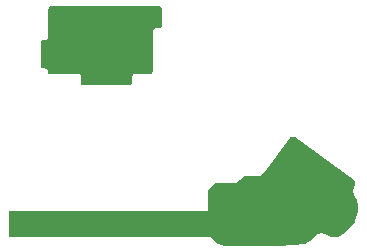
<source format=gbr>
%TF.GenerationSoftware,KiCad,Pcbnew,7.0.8*%
%TF.CreationDate,2024-02-20T09:55:18-08:00*%
%TF.ProjectId,adapter-encoder-pcb,61646170-7465-4722-9d65-6e636f646572,rev?*%
%TF.SameCoordinates,PX8db6561PY6e74585*%
%TF.FileFunction,Other,User*%
%FSLAX46Y46*%
G04 Gerber Fmt 4.6, Leading zero omitted, Abs format (unit mm)*
G04 Created by KiCad (PCBNEW 7.0.8) date 2024-02-20 09:55:18*
%MOMM*%
%LPD*%
G01*
G04 APERTURE LIST*
G04 APERTURE END LIST*
G36*
X-1075425Y3791322D02*
G01*
X-1065036Y3784521D01*
X3928541Y145638D01*
X3963175Y106944D01*
X4023907Y663D01*
X4033882Y-21646D01*
X4061106Y-103318D01*
X4066511Y-157910D01*
X4051146Y-280831D01*
X4047512Y-298885D01*
X3909999Y-790001D01*
X3949999Y-1139998D01*
X4182744Y-1566697D01*
X4193839Y-1594658D01*
X4296300Y-1985873D01*
X4300317Y-2014595D01*
X4309584Y-2440886D01*
X4304638Y-2478352D01*
X4056271Y-3328532D01*
X4036624Y-3367924D01*
X3558169Y-4009053D01*
X3539644Y-4028905D01*
X3062529Y-4439225D01*
X3035087Y-4457118D01*
X2635337Y-4647908D01*
X2581926Y-4660000D01*
X2065747Y-4660000D01*
X2016384Y-4649751D01*
X1510003Y-4430001D01*
X1249998Y-4350000D01*
X840002Y-4419999D01*
X839998Y-4420000D01*
X520948Y-4787392D01*
X496107Y-4809261D01*
X-153366Y-5242243D01*
X-211898Y-5262645D01*
X-2347446Y-5439788D01*
X-2352573Y-5440000D01*
X-6982789Y-5440000D01*
X-7016557Y-5435314D01*
X-7498926Y-5298794D01*
X-7552839Y-5267161D01*
X-8170000Y-4650000D01*
X-8354697Y-4650000D01*
X-8360827Y-4648200D01*
X-25139500Y-4648200D01*
X-25206539Y-4628515D01*
X-25252294Y-4575711D01*
X-25263500Y-4524200D01*
X-25263500Y-2575119D01*
X-25243815Y-2508080D01*
X-25191011Y-2462325D01*
X-25139500Y-2451119D01*
X-8361101Y-2451100D01*
X-8360000Y-2450000D01*
X-8360000Y-709259D01*
X-8340315Y-642220D01*
X-8326197Y-624168D01*
X-7896707Y-168909D01*
X-7836384Y-133653D01*
X-7806510Y-130000D01*
X-6050000Y-130000D01*
X-6049999Y-129999D01*
X-5253240Y474770D01*
X-5187940Y499622D01*
X-5178270Y500000D01*
X-4030000Y500000D01*
X-3640002Y780000D01*
X-3640000Y780002D01*
X-1454656Y3720282D01*
X-1418932Y3752642D01*
X-1367084Y3783751D01*
X-1308448Y3801315D01*
X-1143226Y3808199D01*
X-1075425Y3791322D01*
G37*
G36*
X-12564133Y14897523D02*
G01*
X-12485518Y14881875D01*
X-12440824Y14863356D01*
X-12384522Y14825728D01*
X-12350318Y14791519D01*
X-12312686Y14735193D01*
X-12294182Y14690542D01*
X-12278511Y14611907D01*
X-12276120Y14587672D01*
X-12276120Y13316025D01*
X-12278502Y13291837D01*
X-12294143Y13213192D01*
X-12312654Y13168496D01*
X-12350283Y13112172D01*
X-12384488Y13077961D01*
X-12440782Y13040338D01*
X-12485528Y13021809D01*
X-12564159Y13006192D01*
X-12588315Y13003816D01*
X-12758887Y13003816D01*
X-12873685Y12980975D01*
X-12971007Y12915941D01*
X-12971010Y12915939D01*
X-13036035Y12818618D01*
X-13036036Y12818616D01*
X-13058887Y12703817D01*
X-13058887Y9426629D01*
X-13061270Y9402438D01*
X-13076911Y9323804D01*
X-13095427Y9279102D01*
X-13133051Y9222796D01*
X-13167266Y9188584D01*
X-13223583Y9150958D01*
X-13268266Y9132448D01*
X-13346900Y9116799D01*
X-13371103Y9114414D01*
X-14640952Y9114414D01*
X-14717494Y9099194D01*
X-14717495Y9099193D01*
X-14782381Y9055844D01*
X-14782385Y9055839D01*
X-14825743Y8990956D01*
X-14825743Y8990954D01*
X-14840953Y8914413D01*
X-14840953Y8396235D01*
X-14843336Y8372043D01*
X-14851362Y8331695D01*
X-14869885Y8286983D01*
X-14885822Y8263138D01*
X-14920035Y8228934D01*
X-14921725Y8227805D01*
X-14988404Y8206933D01*
X-14990687Y8206913D01*
X-19008542Y8209533D01*
X-19075568Y8229261D01*
X-19111564Y8264643D01*
X-19126545Y8287064D01*
X-19145034Y8331636D01*
X-19153104Y8371987D01*
X-19155512Y8396305D01*
X-19155512Y8960001D01*
X-19170706Y9036562D01*
X-19214056Y9101475D01*
X-19214057Y9101476D01*
X-19278954Y9144845D01*
X-19355514Y9160000D01*
X-19509999Y9160000D01*
X-19586555Y9144795D01*
X-19594503Y9139485D01*
X-19661184Y9118619D01*
X-19663375Y9118600D01*
X-21786065Y9118600D01*
X-21853104Y9138285D01*
X-21898859Y9191089D01*
X-21910065Y9242600D01*
X-21910065Y9300012D01*
X-21910066Y9300014D01*
X-21932900Y9414812D01*
X-21932901Y9414813D01*
X-21997934Y9512141D01*
X-22095262Y9577174D01*
X-22095263Y9577175D01*
X-22210056Y9600008D01*
X-22210070Y9600009D01*
X-22327773Y9600001D01*
X-22351990Y9602387D01*
X-22392343Y9610420D01*
X-22437035Y9628939D01*
X-22460899Y9644888D01*
X-22495102Y9679096D01*
X-22511061Y9702982D01*
X-22529566Y9747638D01*
X-22537609Y9788004D01*
X-22540000Y9812235D01*
X-22540000Y11787788D01*
X-22537618Y11811977D01*
X-22529592Y11852331D01*
X-22511068Y11897044D01*
X-22495128Y11920894D01*
X-22460905Y11955107D01*
X-22437011Y11971066D01*
X-22392381Y11989558D01*
X-22352003Y11997607D01*
X-22327762Y12000000D01*
X-22210070Y12000000D01*
X-22210064Y12000001D01*
X-22095261Y12022845D01*
X-21997934Y12087878D01*
X-21932901Y12185206D01*
X-21932900Y12185207D01*
X-21910066Y12300004D01*
X-21910065Y12300010D01*
X-21910001Y14587695D01*
X-21907618Y14611887D01*
X-21891976Y14690512D01*
X-21873456Y14735216D01*
X-21835837Y14791507D01*
X-21801617Y14825719D01*
X-21745285Y14863348D01*
X-21700642Y14881846D01*
X-21621997Y14897518D01*
X-21597763Y14899909D01*
X-12588340Y14899909D01*
X-12564133Y14897523D01*
G37*
M02*

</source>
